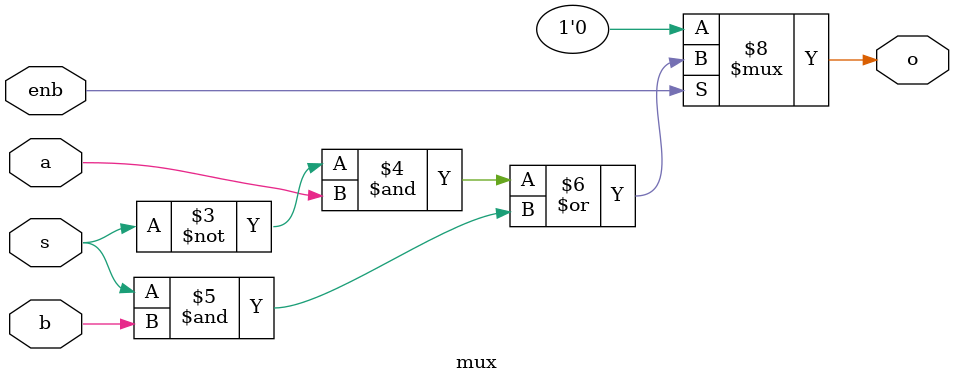
<source format=v>
module mux (
  input a,
  input b,
  input s,
  input enb,
  output reg o
);

  always @(*) begin
    if (enb == 0)
      o = 0;
    else
      o = (~s & a) | (s & b);
  end

endmodule

</source>
